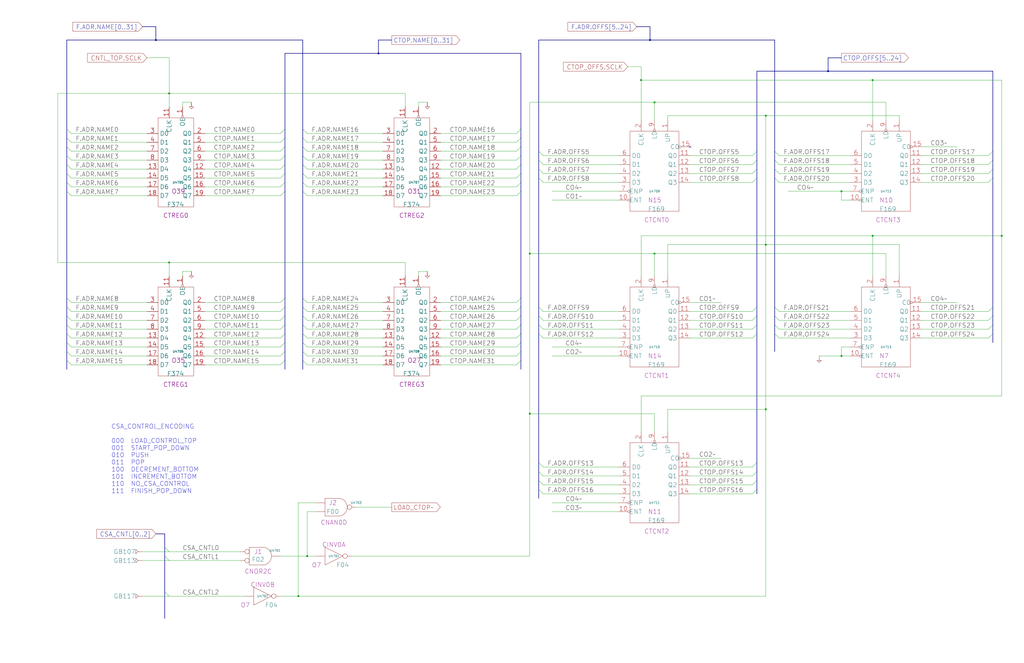
<source format=kicad_sch>
(kicad_sch (version 20211123) (generator eeschema)
  (paper "User" 584.2 378.46)
  (title_block (title "CONTROL TOP REGISTER") (date "20-MAR-90") (rev "1.0") (comment 1 "FIU") (comment 2 "232-003065") (comment 3 "S400") (comment 4 "RELEASED"))
  (lib_symbols
    (symbol "r1000:F00" (pin_numbers hide) (pin_names hide)
      (property "Reference" "U" (at 15.24 0 0))
      (property "Value" "F00" (at 1.905 -5.08 0))
      (property "Location" "___" (at 1.905 0 0))
      (property "Name" "______" (at 2.54 -12.7 0))
      (symbol "F00_0_1"
        (polyline (pts (xy -2.54 -7.62) (xy 5.08 -7.62)) (stroke (width 0.1524)))
        (polyline (pts (xy -2.54 2.54) (xy -2.54 -7.62)) (stroke (width 0.1524)))
        (polyline (pts (xy -2.54 2.54) (xy 5.08 2.54)) (stroke (width 0.1524)))
        (arc (start 5.08 -7.62) (mid 10.1282 -2.54) (end 5.08 2.54) (stroke (width 0.1524)))
        (circle (center 11.43 -2.54) (radius 1.27) (stroke (width 0.1524)))
      )
      (symbol "F00_0_2"
        (circle (center -3.81 -5.08) (radius 1.27) (stroke (width 0.1524)))
        (circle (center -3.81 0) (radius 1.27) (stroke (width 0.1524)))
        (arc (start -3.175 -7.62) (mid -2.134 -2.54) (end -3.175 2.54) (stroke (width 0.1524)))
        (polyline (pts (xy -3.175 -7.62) (xy 3.81 -7.62)) (stroke (width 0.1524)))
        (polyline (pts (xy -3.175 2.54) (xy 3.81 2.54)) (stroke (width 0.1524)))
        (arc (start 3.81 -7.62) (mid 7.5855 -5.8306) (end 10.16 -2.54) (stroke (width 0.1524)))
        (arc (start 10.16 -2.54) (mid 7.5827 0.7471) (end 3.81 2.54) (stroke (width 0.1524)))
      )
      (symbol "F00_1_1"
        (pin input line (at -7.62 0 0) (length 5.08) (name "D0") (number "1"))
        (pin input line (at -7.62 -5.08 0) (length 5.08) (name "D1") (number "2"))
        (pin output line (at 15.24 -2.54 180) (length 2.54) (name "Q") (number "3"))
      )
      (symbol "F00_1_2"
        (pin input line (at -7.62 0 0) (length 2.54) (name "D0") (number "1"))
        (pin input line (at -7.62 -5.08 0) (length 2.54) (name "D1") (number "2"))
        (pin output line (at 15.24 -2.54 180) (length 5.08) (name "Q") (number "3"))
      )
    )
    (symbol "r1000:F02" (pin_numbers hide) (pin_names hide)
      (property "Reference" "U" (at 12.16 0.635 0))
      (property "Value" "F02" (at -1.27 -4.445 0))
      (property "Location" "___" (at 2.54 0 0))
      (property "Name" "______" (at 2.54 -12.7 0))
      (symbol "F02_0_1"
        (arc (start -3.81 -7.62) (mid -2.9847 -2.54) (end -3.81 2.54) (stroke (width 0.1524)))
        (polyline (pts (xy -5.08 -5.08) (xy -3.175 -5.08)) (stroke (width 0.1524)))
        (polyline (pts (xy -5.08 0) (xy -3.175 0)) (stroke (width 0.1524)))
        (polyline (pts (xy -3.81 -7.62) (xy 2.54 -7.62)) (stroke (width 0.1524)))
        (polyline (pts (xy -3.81 2.54) (xy 2.54 2.54)) (stroke (width 0.1524)))
        (polyline (pts (xy 13.97 -2.54) (xy 12.7 -2.54)) (stroke (width 0.1524)))
        (arc (start 2.54 -7.62) (mid 6.9515 -5.9823) (end 10.16 -2.54) (stroke (width 0.1524)))
        (arc (start 10.16 -2.54) (mid 6.9478 0.8966) (end 2.54 2.54) (stroke (width 0.1524)))
        (circle (center 11.43 -2.54) (radius 1.27) (stroke (width 0.1524)))
      )
      (symbol "F02_0_2"
        (circle (center -3.81 -5.08) (radius 1.27) (stroke (width 0.1524)))
        (circle (center -3.81 0) (radius 1.27) (stroke (width 0.1524)))
        (polyline (pts (xy -2.54 -7.62) (xy 5.08 -7.62)) (stroke (width 0.1524)))
        (polyline (pts (xy -2.54 2.54) (xy -2.54 -7.62)) (stroke (width 0.1524)))
        (polyline (pts (xy -2.54 2.54) (xy 5.08 2.54)) (stroke (width 0.1524)))
        (polyline (pts (xy 11.43 -2.54) (xy 10.16 -2.54)) (stroke (width 0.1524)))
        (polyline (pts (xy 11.43 -2.54) (xy 12.7 -2.54)) (stroke (width 0.1524)))
        (arc (start 5.08 -7.62) (mid 10.1282 -2.54) (end 5.08 2.54) (stroke (width 0.1524)))
      )
      (symbol "F02_1_1"
        (pin input line (at -7.62 0 0) (length 2.54) (name "D0") (number "1"))
        (pin input line (at -7.62 -5.08 0) (length 2.54) (name "D1") (number "2"))
        (pin output line (at 15.24 -2.54 180) (length 1.27) (name "Q") (number "3"))
      )
      (symbol "F02_1_2"
        (pin input line (at -7.62 0 0) (length 2.54) (name "D0") (number "1"))
        (pin input line (at -7.62 -5.08 0) (length 2.54) (name "D1") (number "2"))
        (pin output line (at 15.24 -2.54 180) (length 2.54) (name "Q") (number "3"))
      )
    )
    (symbol "r1000:F04" (pin_numbers hide) (pin_names hide)
      (property "Reference" "U" (at 0 0 0))
      (property "Value" "F04" (at 1.27 -5.08 0))
      (property "Location" "___" (at -12.7 -5.08 0))
      (property "Name" "______" (at 0 5.08 0))
      (symbol "F04_0_1"
        (polyline (pts (xy -7.62 0) (xy -5.08 0)) (stroke (width 0.1524)))
        (polyline (pts (xy -5.08 5.08) (xy -5.08 -5.08)) (stroke (width 0.1524)))
        (polyline (pts (xy 5.08 0) (xy -5.08 -5.08)) (stroke (width 0.1524)))
        (polyline (pts (xy 5.08 0) (xy -5.08 5.08)) (stroke (width 0.1524)))
        (circle (center 6.35 0) (radius 1.27) (stroke (width 0.1524)))
      )
      (symbol "F04_1_1"
        (pin input line (at -10.16 0 0) (length 2.54) (name "D") (number "1"))
        (pin output line (at 10.16 0 180) (length 2.54) (name "Q") (number "2"))
      )
    )
    (symbol "r1000:F169" (pin_names (offset 1.016))
      (property "Reference" "U" (at 2.54 5.08 0))
      (property "Value" "F169" (at -1.27 -5.08 0))
      (property "Location" "___" (at -1.27 0 0))
      (property "Name" "______" (at 3.81 -12.7 0))
      (symbol "F169_1_1"
        (circle (center -12.065 0) (radius 0.635))
        (circle (center -12.065 5.08) (radius 0.635))
        (rectangle (start -11.43 39.37) (end 16.51 -6.35))
        (circle (center 2.54 40.005) (radius 0.635))
        (circle (center 17.145 30.48) (radius 0.635))
        (pin input line (at 10.16 45.72 270) (length 6.35) (name "UP") (number "1"))
        (pin input line (at -17.78 0 0) (length 5.08) (name "ENT") (number "10"))
        (pin output line (at 22.86 25.4 180) (length 6.35) (name "Q0") (number "11"))
        (pin output line (at 22.86 20.32 180) (length 6.35) (name "Q1") (number "12"))
        (pin output line (at 22.86 15.24 180) (length 6.35) (name "Q2") (number "13"))
        (pin output line (at 22.86 10.16 180) (length 6.35) (name "Q3") (number "14"))
        (pin output line (at 22.86 30.48 180) (length 5.08) (name "C0") (number "15"))
        (pin input line (at -5.08 45.72 270) (length 6.35) (name "CLK") (number "2"))
        (pin input line (at -17.78 10.16 0) (length 6.35) (name "D3") (number "3"))
        (pin input line (at -17.78 15.24 0) (length 6.35) (name "D2") (number "4"))
        (pin input line (at -17.78 20.32 0) (length 6.35) (name "D1") (number "5"))
        (pin input line (at -17.78 25.4 0) (length 6.35) (name "D0") (number "6"))
        (pin input line (at -17.78 5.08 0) (length 5.08) (name "ENP") (number "7"))
        (pin input line (at 2.54 45.72 270) (length 5.08) (name "LD") (number "9"))
      )
    )
    (symbol "r1000:F374" (pin_names (offset 1.016))
      (property "Reference" "U" (at 2.54 5.08 0))
      (property "Value" "F374" (at -3.81 -7.62 0))
      (property "Location" "___" (at -1.27 0 0))
      (property "Name" "______" (at 1.27 -15.24 0))
      (symbol "F374_1_1"
        (rectangle (start -8.89 41.91) (end 11.43 -8.89))
        (circle (center 5.08 42.545) (radius 0.635))
        (pin input line (at 5.08 48.26 270) (length 5.08) (name "OE") (number "1"))
        (pin input line (at -2.54 48.26 270) (length 6.35) (name "CLK") (number "11"))
        (pin tri_state line (at 17.78 12.7 180) (length 6.35) (name "Q4") (number "12"))
        (pin input line (at -15.24 12.7 0) (length 6.35) (name "D4") (number "13"))
        (pin input line (at -15.24 7.62 0) (length 6.35) (name "D5") (number "14"))
        (pin tri_state line (at 17.78 7.62 180) (length 6.35) (name "Q5") (number "15"))
        (pin tri_state line (at 17.78 2.54 180) (length 6.35) (name "Q6") (number "16"))
        (pin input line (at -15.24 2.54 0) (length 6.35) (name "D6") (number "17"))
        (pin input line (at -15.24 -2.54 0) (length 6.35) (name "D7") (number "18"))
        (pin tri_state line (at 17.78 -2.54 180) (length 6.35) (name "Q7") (number "19"))
        (pin tri_state line (at 17.78 33.02 180) (length 6.35) (name "Q0") (number "2"))
        (pin input line (at -15.24 33.02 0) (length 6.35) (name "D0") (number "3"))
        (pin input line (at -15.24 27.94 0) (length 6.35) (name "D1") (number "4"))
        (pin tri_state line (at 17.78 27.94 180) (length 6.35) (name "Q1") (number "5"))
        (pin tri_state line (at 17.78 22.86 180) (length 6.35) (name "Q2") (number "6"))
        (pin input line (at -15.24 22.86 0) (length 6.35) (name "D2") (number "7"))
        (pin input line (at -15.24 17.78 0) (length 6.35) (name "D3") (number "8"))
        (pin tri_state line (at 17.78 17.78 180) (length 6.35) (name "Q3") (number "9"))
      )
    )
    (symbol "r1000:GB" (pin_numbers hide) (pin_names (offset 0) hide)
      (property "Reference" "GB" (at 3.81 0 0))
      (symbol "GB_0_1"
        (polyline (pts (xy 2.54 0) (xy 3.81 1.27) (xy 3.81 -1.27) (xy 2.54 0)) (stroke (width 0.1524)))
      )
      (symbol "GB_1_1"
        (pin bidirectional line (at 0 0 0) (length 2.54) (name "") (number "1"))
      )
    )
    (symbol "r1000:PD" (power) (pin_numbers hide) (pin_names hide) (in_bom no)
      (symbol "PD_0_1"
        (polyline (pts (xy 0 -2.54) (xy 1.27 -2.54) (xy 0 -3.81) (xy -1.27 -2.54) (xy 0 -2.54)) (stroke (width 0.1524)))
      )
      (symbol "PD_1_1"
        (pin power_in line (at 0 0 270) (length 2.54) (name "PD") (number "1"))
      )
    )
  )
  (bus (pts (xy 162.56 104.14) (xy 162.56 109.22)))
  (bus (pts (xy 162.56 109.22) (xy 162.56 170.18)))
  (bus (pts (xy 162.56 170.18) (xy 162.56 175.26)))
  (bus (pts (xy 162.56 175.26) (xy 162.56 180.34)))
  (bus (pts (xy 162.56 180.34) (xy 162.56 185.42)))
  (bus (pts (xy 162.56 185.42) (xy 162.56 190.5)))
  (bus (pts (xy 162.56 190.5) (xy 162.56 195.58)))
  (bus (pts (xy 162.56 195.58) (xy 162.56 200.66)))
  (bus (pts (xy 162.56 200.66) (xy 162.56 205.74)))
  (bus (pts (xy 162.56 205.74) (xy 162.56 210.82)))
  (bus (pts (xy 162.56 30.48) (xy 162.56 73.66)))
  (bus (pts (xy 162.56 30.48) (xy 215.9 30.48)))
  (bus (pts (xy 162.56 73.66) (xy 162.56 78.74)))
  (bus (pts (xy 162.56 78.74) (xy 162.56 83.82)))
  (bus (pts (xy 162.56 83.82) (xy 162.56 88.9)))
  (bus (pts (xy 162.56 88.9) (xy 162.56 93.98)))
  (bus (pts (xy 162.56 93.98) (xy 162.56 99.06)))
  (bus (pts (xy 162.56 99.06) (xy 162.56 104.14)))
  (bus (pts (xy 172.72 104.14) (xy 172.72 109.22)))
  (bus (pts (xy 172.72 109.22) (xy 172.72 170.18)))
  (bus (pts (xy 172.72 170.18) (xy 172.72 175.26)))
  (bus (pts (xy 172.72 175.26) (xy 172.72 180.34)))
  (bus (pts (xy 172.72 180.34) (xy 172.72 185.42)))
  (bus (pts (xy 172.72 185.42) (xy 172.72 190.5)))
  (bus (pts (xy 172.72 190.5) (xy 172.72 195.58)))
  (bus (pts (xy 172.72 195.58) (xy 172.72 200.66)))
  (bus (pts (xy 172.72 200.66) (xy 172.72 205.74)))
  (bus (pts (xy 172.72 205.74) (xy 172.72 210.82)))
  (bus (pts (xy 172.72 22.86) (xy 172.72 73.66)))
  (bus (pts (xy 172.72 73.66) (xy 172.72 78.74)))
  (bus (pts (xy 172.72 78.74) (xy 172.72 83.82)))
  (bus (pts (xy 172.72 83.82) (xy 172.72 88.9)))
  (bus (pts (xy 172.72 88.9) (xy 172.72 93.98)))
  (bus (pts (xy 172.72 93.98) (xy 172.72 99.06)))
  (bus (pts (xy 172.72 99.06) (xy 172.72 104.14)))
  (bus (pts (xy 215.9 22.86) (xy 215.9 30.48)))
  (bus (pts (xy 215.9 30.48) (xy 297.18 30.48)))
  (bus (pts (xy 223.52 22.86) (xy 215.9 22.86)))
  (bus (pts (xy 297.18 104.14) (xy 297.18 109.22)))
  (bus (pts (xy 297.18 109.22) (xy 297.18 170.18)))
  (bus (pts (xy 297.18 170.18) (xy 297.18 175.26)))
  (bus (pts (xy 297.18 175.26) (xy 297.18 180.34)))
  (bus (pts (xy 297.18 180.34) (xy 297.18 185.42)))
  (bus (pts (xy 297.18 185.42) (xy 297.18 190.5)))
  (bus (pts (xy 297.18 190.5) (xy 297.18 195.58)))
  (bus (pts (xy 297.18 195.58) (xy 297.18 200.66)))
  (bus (pts (xy 297.18 200.66) (xy 297.18 205.74)))
  (bus (pts (xy 297.18 205.74) (xy 297.18 210.82)))
  (bus (pts (xy 297.18 30.48) (xy 297.18 73.66)))
  (bus (pts (xy 297.18 73.66) (xy 297.18 78.74)))
  (bus (pts (xy 297.18 78.74) (xy 297.18 83.82)))
  (bus (pts (xy 297.18 83.82) (xy 297.18 88.9)))
  (bus (pts (xy 297.18 88.9) (xy 297.18 93.98)))
  (bus (pts (xy 297.18 93.98) (xy 297.18 99.06)))
  (bus (pts (xy 297.18 99.06) (xy 297.18 104.14)))
  (bus (pts (xy 307.34 101.6) (xy 307.34 175.26)))
  (bus (pts (xy 307.34 175.26) (xy 307.34 180.34)))
  (bus (pts (xy 307.34 180.34) (xy 307.34 185.42)))
  (bus (pts (xy 307.34 185.42) (xy 307.34 190.5)))
  (bus (pts (xy 307.34 190.5) (xy 307.34 264.16)))
  (bus (pts (xy 307.34 22.86) (xy 307.34 86.36)))
  (bus (pts (xy 307.34 22.86) (xy 370.84 22.86)))
  (bus (pts (xy 307.34 264.16) (xy 307.34 269.24)))
  (bus (pts (xy 307.34 269.24) (xy 307.34 274.32)))
  (bus (pts (xy 307.34 274.32) (xy 307.34 279.4)))
  (bus (pts (xy 307.34 279.4) (xy 307.34 284.48)))
  (bus (pts (xy 307.34 86.36) (xy 307.34 91.44)))
  (bus (pts (xy 307.34 91.44) (xy 307.34 96.52)))
  (bus (pts (xy 307.34 96.52) (xy 307.34 101.6)))
  (bus (pts (xy 363.22 15.24) (xy 370.84 15.24)))
  (bus (pts (xy 370.84 15.24) (xy 370.84 22.86)))
  (bus (pts (xy 370.84 22.86) (xy 441.96 22.86)))
  (bus (pts (xy 38.1 104.14) (xy 38.1 109.22)))
  (bus (pts (xy 38.1 109.22) (xy 38.1 170.18)))
  (bus (pts (xy 38.1 170.18) (xy 38.1 175.26)))
  (bus (pts (xy 38.1 175.26) (xy 38.1 180.34)))
  (bus (pts (xy 38.1 180.34) (xy 38.1 185.42)))
  (bus (pts (xy 38.1 185.42) (xy 38.1 190.5)))
  (bus (pts (xy 38.1 190.5) (xy 38.1 195.58)))
  (bus (pts (xy 38.1 195.58) (xy 38.1 200.66)))
  (bus (pts (xy 38.1 200.66) (xy 38.1 205.74)))
  (bus (pts (xy 38.1 205.74) (xy 38.1 210.82)))
  (bus (pts (xy 38.1 22.86) (xy 38.1 73.66)))
  (bus (pts (xy 38.1 22.86) (xy 88.9 22.86)))
  (bus (pts (xy 38.1 73.66) (xy 38.1 78.74)))
  (bus (pts (xy 38.1 78.74) (xy 38.1 83.82)))
  (bus (pts (xy 38.1 83.82) (xy 38.1 88.9)))
  (bus (pts (xy 38.1 88.9) (xy 38.1 93.98)))
  (bus (pts (xy 38.1 93.98) (xy 38.1 99.06)))
  (bus (pts (xy 38.1 99.06) (xy 38.1 104.14)))
  (bus (pts (xy 431.8 101.6) (xy 431.8 175.26)))
  (bus (pts (xy 431.8 175.26) (xy 431.8 180.34)))
  (bus (pts (xy 431.8 180.34) (xy 431.8 185.42)))
  (bus (pts (xy 431.8 185.42) (xy 431.8 190.5)))
  (bus (pts (xy 431.8 190.5) (xy 431.8 264.16)))
  (bus (pts (xy 431.8 264.16) (xy 431.8 269.24)))
  (bus (pts (xy 431.8 269.24) (xy 431.8 274.32)))
  (bus (pts (xy 431.8 274.32) (xy 431.8 279.4)))
  (bus (pts (xy 431.8 279.4) (xy 431.8 281.94)))
  (bus (pts (xy 431.8 40.64) (xy 431.8 86.36)))
  (bus (pts (xy 431.8 40.64) (xy 472.44 40.64)))
  (bus (pts (xy 431.8 86.36) (xy 431.8 91.44)))
  (bus (pts (xy 431.8 91.44) (xy 431.8 96.52)))
  (bus (pts (xy 431.8 96.52) (xy 431.8 101.6)))
  (bus (pts (xy 441.96 101.6) (xy 441.96 175.26)))
  (bus (pts (xy 441.96 175.26) (xy 441.96 180.34)))
  (bus (pts (xy 441.96 180.34) (xy 441.96 185.42)))
  (bus (pts (xy 441.96 185.42) (xy 441.96 190.5)))
  (bus (pts (xy 441.96 190.5) (xy 441.96 200.66)))
  (bus (pts (xy 441.96 22.86) (xy 441.96 86.36)))
  (bus (pts (xy 441.96 86.36) (xy 441.96 91.44)))
  (bus (pts (xy 441.96 91.44) (xy 441.96 96.52)))
  (bus (pts (xy 441.96 96.52) (xy 441.96 101.6)))
  (bus (pts (xy 472.44 33.02) (xy 472.44 40.64)))
  (bus (pts (xy 472.44 40.64) (xy 566.42 40.64)))
  (bus (pts (xy 480.06 33.02) (xy 472.44 33.02)))
  (bus (pts (xy 566.42 101.6) (xy 566.42 175.26)))
  (bus (pts (xy 566.42 175.26) (xy 566.42 180.34)))
  (bus (pts (xy 566.42 180.34) (xy 566.42 185.42)))
  (bus (pts (xy 566.42 185.42) (xy 566.42 190.5)))
  (bus (pts (xy 566.42 190.5) (xy 566.42 195.58)))
  (bus (pts (xy 566.42 40.64) (xy 566.42 86.36)))
  (bus (pts (xy 566.42 86.36) (xy 566.42 91.44)))
  (bus (pts (xy 566.42 91.44) (xy 566.42 96.52)))
  (bus (pts (xy 566.42 96.52) (xy 566.42 101.6)))
  (bus (pts (xy 81.28 15.24) (xy 88.9 15.24)))
  (bus (pts (xy 88.9 15.24) (xy 88.9 22.86)))
  (bus (pts (xy 88.9 22.86) (xy 172.72 22.86)))
  (bus (pts (xy 88.9 304.8) (xy 93.98 304.8)))
  (bus (pts (xy 93.98 304.8) (xy 93.98 312.42)))
  (bus (pts (xy 93.98 312.42) (xy 93.98 317.5)))
  (bus (pts (xy 93.98 317.5) (xy 93.98 337.82)))
  (bus (pts (xy 93.98 337.82) (xy 93.98 353.06)))
  (wire (pts (xy 104.14 154.94) (xy 104.14 157.48)))
  (wire (pts (xy 104.14 58.42) (xy 104.14 60.96)))
  (wire (pts (xy 109.22 154.94) (xy 104.14 154.94)))
  (wire (pts (xy 109.22 58.42) (xy 104.14 58.42)))
  (wire (pts (xy 116.84 101.6) (xy 160.02 101.6)))
  (wire (pts (xy 116.84 106.68) (xy 160.02 106.68)))
  (wire (pts (xy 116.84 111.76) (xy 160.02 111.76)))
  (wire (pts (xy 116.84 172.72) (xy 160.02 172.72)))
  (wire (pts (xy 116.84 177.8) (xy 160.02 177.8)))
  (wire (pts (xy 116.84 182.88) (xy 160.02 182.88)))
  (wire (pts (xy 116.84 187.96) (xy 160.02 187.96)))
  (wire (pts (xy 116.84 193.04) (xy 160.02 193.04)))
  (wire (pts (xy 116.84 198.12) (xy 160.02 198.12)))
  (wire (pts (xy 116.84 203.2) (xy 160.02 203.2)))
  (wire (pts (xy 116.84 208.28) (xy 160.02 208.28)))
  (wire (pts (xy 116.84 76.2) (xy 160.02 76.2)))
  (wire (pts (xy 116.84 81.28) (xy 160.02 81.28)))
  (wire (pts (xy 116.84 86.36) (xy 160.02 86.36)))
  (wire (pts (xy 116.84 91.44) (xy 160.02 91.44)))
  (wire (pts (xy 116.84 96.52) (xy 160.02 96.52)))
  (wire (pts (xy 160.02 317.5) (xy 175.26 317.5)))
  (wire (pts (xy 170.18 287.02) (xy 170.18 340.36)))
  (wire (pts (xy 170.18 340.36) (xy 160.02 340.36)))
  (wire (pts (xy 175.26 101.6) (xy 218.44 101.6)))
  (wire (pts (xy 175.26 106.68) (xy 218.44 106.68)))
  (wire (pts (xy 175.26 111.76) (xy 218.44 111.76)))
  (wire (pts (xy 175.26 172.72) (xy 218.44 172.72)))
  (wire (pts (xy 175.26 177.8) (xy 218.44 177.8)))
  (wire (pts (xy 175.26 182.88) (xy 218.44 182.88)))
  (wire (pts (xy 175.26 187.96) (xy 218.44 187.96)))
  (wire (pts (xy 175.26 193.04) (xy 218.44 193.04)))
  (wire (pts (xy 175.26 198.12) (xy 218.44 198.12)))
  (wire (pts (xy 175.26 203.2) (xy 218.44 203.2)))
  (wire (pts (xy 175.26 208.28) (xy 218.44 208.28)))
  (wire (pts (xy 175.26 292.1) (xy 175.26 317.5)))
  (wire (pts (xy 175.26 317.5) (xy 180.34 317.5)))
  (wire (pts (xy 175.26 76.2) (xy 218.44 76.2)))
  (wire (pts (xy 175.26 81.28) (xy 218.44 81.28)))
  (wire (pts (xy 175.26 86.36) (xy 218.44 86.36)))
  (wire (pts (xy 175.26 91.44) (xy 218.44 91.44)))
  (wire (pts (xy 175.26 96.52) (xy 218.44 96.52)))
  (wire (pts (xy 180.34 287.02) (xy 170.18 287.02)))
  (wire (pts (xy 180.34 292.1) (xy 175.26 292.1)))
  (wire (pts (xy 203.2 289.56) (xy 223.52 289.56)))
  (wire (pts (xy 231.14 149.86) (xy 231.14 157.48)))
  (wire (pts (xy 231.14 149.86) (xy 96.52 149.86)))
  (wire (pts (xy 231.14 53.34) (xy 231.14 60.96)))
  (wire (pts (xy 238.76 154.94) (xy 238.76 157.48)))
  (wire (pts (xy 238.76 58.42) (xy 238.76 60.96)))
  (wire (pts (xy 243.84 154.94) (xy 238.76 154.94)))
  (wire (pts (xy 243.84 58.42) (xy 238.76 58.42)))
  (wire (pts (xy 251.46 101.6) (xy 294.64 101.6)))
  (wire (pts (xy 251.46 106.68) (xy 294.64 106.68)))
  (wire (pts (xy 251.46 111.76) (xy 294.64 111.76)))
  (wire (pts (xy 251.46 172.72) (xy 294.64 172.72)))
  (wire (pts (xy 251.46 177.8) (xy 294.64 177.8)))
  (wire (pts (xy 251.46 182.88) (xy 294.64 182.88)))
  (wire (pts (xy 251.46 187.96) (xy 294.64 187.96)))
  (wire (pts (xy 251.46 193.04) (xy 294.64 193.04)))
  (wire (pts (xy 251.46 198.12) (xy 294.64 198.12)))
  (wire (pts (xy 251.46 203.2) (xy 294.64 203.2)))
  (wire (pts (xy 251.46 208.28) (xy 294.64 208.28)))
  (wire (pts (xy 251.46 76.2) (xy 294.64 76.2)))
  (wire (pts (xy 251.46 81.28) (xy 294.64 81.28)))
  (wire (pts (xy 251.46 86.36) (xy 294.64 86.36)))
  (wire (pts (xy 251.46 91.44) (xy 294.64 91.44)))
  (wire (pts (xy 251.46 96.52) (xy 294.64 96.52)))
  (wire (pts (xy 302.26 144.78) (xy 302.26 236.22)))
  (wire (pts (xy 302.26 236.22) (xy 302.26 317.5)))
  (wire (pts (xy 302.26 317.5) (xy 200.66 317.5)))
  (wire (pts (xy 302.26 58.42) (xy 302.26 144.78)))
  (wire (pts (xy 309.88 104.14) (xy 353.06 104.14)))
  (wire (pts (xy 309.88 177.8) (xy 353.06 177.8)))
  (wire (pts (xy 309.88 182.88) (xy 353.06 182.88)))
  (wire (pts (xy 309.88 187.96) (xy 353.06 187.96)))
  (wire (pts (xy 309.88 193.04) (xy 353.06 193.04)))
  (wire (pts (xy 309.88 266.7) (xy 353.06 266.7)))
  (wire (pts (xy 309.88 271.78) (xy 353.06 271.78)))
  (wire (pts (xy 309.88 276.86) (xy 353.06 276.86)))
  (wire (pts (xy 309.88 281.94) (xy 353.06 281.94)))
  (wire (pts (xy 309.88 88.9) (xy 353.06 88.9)))
  (wire (pts (xy 309.88 93.98) (xy 353.06 93.98)))
  (wire (pts (xy 309.88 99.06) (xy 353.06 99.06)))
  (wire (pts (xy 314.96 109.22) (xy 353.06 109.22)))
  (wire (pts (xy 314.96 114.3) (xy 353.06 114.3)))
  (wire (pts (xy 314.96 198.12) (xy 353.06 198.12)))
  (wire (pts (xy 314.96 203.2) (xy 353.06 203.2)))
  (wire (pts (xy 314.96 287.02) (xy 353.06 287.02)))
  (wire (pts (xy 314.96 292.1) (xy 353.06 292.1)))
  (wire (pts (xy 33.02 149.86) (xy 33.02 53.34)))
  (wire (pts (xy 33.02 53.34) (xy 96.52 53.34)))
  (wire (pts (xy 365.76 134.62) (xy 497.84 134.62)))
  (wire (pts (xy 365.76 157.48) (xy 365.76 134.62)))
  (wire (pts (xy 365.76 226.06) (xy 571.5 226.06)))
  (wire (pts (xy 365.76 246.38) (xy 365.76 226.06)))
  (wire (pts (xy 365.76 38.1) (xy 358.14 38.1)))
  (wire (pts (xy 365.76 45.72) (xy 365.76 38.1)))
  (wire (pts (xy 365.76 68.58) (xy 365.76 45.72)))
  (wire (pts (xy 373.38 144.78) (xy 302.26 144.78)))
  (wire (pts (xy 373.38 144.78) (xy 373.38 157.48)))
  (wire (pts (xy 373.38 236.22) (xy 302.26 236.22)))
  (wire (pts (xy 373.38 246.38) (xy 373.38 236.22)))
  (wire (pts (xy 373.38 58.42) (xy 302.26 58.42)))
  (wire (pts (xy 373.38 58.42) (xy 373.38 68.58)))
  (wire (pts (xy 381 139.7) (xy 436.88 139.7)))
  (wire (pts (xy 381 157.48) (xy 381 139.7)))
  (wire (pts (xy 381 233.68) (xy 436.88 233.68)))
  (wire (pts (xy 381 246.38) (xy 381 233.68)))
  (wire (pts (xy 381 66.04) (xy 436.88 66.04)))
  (wire (pts (xy 381 68.58) (xy 381 66.04)))
  (wire (pts (xy 393.7 104.14) (xy 429.26 104.14)))
  (wire (pts (xy 393.7 172.72) (xy 411.48 172.72)))
  (wire (pts (xy 393.7 177.8) (xy 429.26 177.8)))
  (wire (pts (xy 393.7 182.88) (xy 429.26 182.88)))
  (wire (pts (xy 393.7 187.96) (xy 429.26 187.96)))
  (wire (pts (xy 393.7 193.04) (xy 429.26 193.04)))
  (wire (pts (xy 393.7 261.62) (xy 411.48 261.62)))
  (wire (pts (xy 393.7 266.7) (xy 429.26 266.7)))
  (wire (pts (xy 393.7 271.78) (xy 429.26 271.78)))
  (wire (pts (xy 393.7 276.86) (xy 429.26 276.86)))
  (wire (pts (xy 393.7 281.94) (xy 429.26 281.94)))
  (wire (pts (xy 393.7 88.9) (xy 429.26 88.9)))
  (wire (pts (xy 393.7 93.98) (xy 429.26 93.98)))
  (wire (pts (xy 393.7 99.06) (xy 429.26 99.06)))
  (wire (pts (xy 40.64 101.6) (xy 83.82 101.6)))
  (wire (pts (xy 40.64 106.68) (xy 83.82 106.68)))
  (wire (pts (xy 40.64 111.76) (xy 83.82 111.76)))
  (wire (pts (xy 40.64 172.72) (xy 83.82 172.72)))
  (wire (pts (xy 40.64 177.8) (xy 83.82 177.8)))
  (wire (pts (xy 40.64 182.88) (xy 83.82 182.88)))
  (wire (pts (xy 40.64 187.96) (xy 83.82 187.96)))
  (wire (pts (xy 40.64 193.04) (xy 83.82 193.04)))
  (wire (pts (xy 40.64 198.12) (xy 83.82 198.12)))
  (wire (pts (xy 40.64 203.2) (xy 83.82 203.2)))
  (wire (pts (xy 40.64 208.28) (xy 83.82 208.28)))
  (wire (pts (xy 40.64 76.2) (xy 83.82 76.2)))
  (wire (pts (xy 40.64 81.28) (xy 83.82 81.28)))
  (wire (pts (xy 40.64 86.36) (xy 83.82 86.36)))
  (wire (pts (xy 40.64 91.44) (xy 83.82 91.44)))
  (wire (pts (xy 40.64 96.52) (xy 83.82 96.52)))
  (wire (pts (xy 436.88 139.7) (xy 436.88 233.68)))
  (wire (pts (xy 436.88 233.68) (xy 436.88 340.36)))
  (wire (pts (xy 436.88 340.36) (xy 170.18 340.36)))
  (wire (pts (xy 436.88 66.04) (xy 436.88 139.7)))
  (wire (pts (xy 444.5 104.14) (xy 485.14 104.14)))
  (wire (pts (xy 444.5 177.8) (xy 485.14 177.8)))
  (wire (pts (xy 444.5 182.88) (xy 485.14 182.88)))
  (wire (pts (xy 444.5 187.96) (xy 485.14 187.96)))
  (wire (pts (xy 444.5 193.04) (xy 485.14 193.04)))
  (wire (pts (xy 444.5 88.9) (xy 485.14 88.9)))
  (wire (pts (xy 444.5 93.98) (xy 485.14 93.98)))
  (wire (pts (xy 444.5 99.06) (xy 485.14 99.06)))
  (wire (pts (xy 449.58 109.22) (xy 480.06 109.22)))
  (wire (pts (xy 467.36 203.2) (xy 480.06 203.2)))
  (wire (pts (xy 480.06 109.22) (xy 485.14 109.22)))
  (wire (pts (xy 480.06 114.3) (xy 480.06 109.22)))
  (wire (pts (xy 480.06 198.12) (xy 480.06 203.2)))
  (wire (pts (xy 480.06 203.2) (xy 485.14 203.2)))
  (wire (pts (xy 485.14 114.3) (xy 480.06 114.3)))
  (wire (pts (xy 485.14 198.12) (xy 480.06 198.12)))
  (wire (pts (xy 497.84 134.62) (xy 497.84 157.48)))
  (wire (pts (xy 497.84 134.62) (xy 571.5 134.62)))
  (wire (pts (xy 497.84 45.72) (xy 365.76 45.72)))
  (wire (pts (xy 497.84 68.58) (xy 497.84 45.72)))
  (wire (pts (xy 505.46 144.78) (xy 373.38 144.78)))
  (wire (pts (xy 505.46 144.78) (xy 505.46 157.48)))
  (wire (pts (xy 505.46 58.42) (xy 373.38 58.42)))
  (wire (pts (xy 505.46 58.42) (xy 505.46 68.58)))
  (wire (pts (xy 513.08 139.7) (xy 436.88 139.7)))
  (wire (pts (xy 513.08 139.7) (xy 513.08 157.48)))
  (wire (pts (xy 513.08 66.04) (xy 436.88 66.04)))
  (wire (pts (xy 513.08 66.04) (xy 513.08 68.58)))
  (wire (pts (xy 525.78 104.14) (xy 563.88 104.14)))
  (wire (pts (xy 525.78 172.72) (xy 546.1 172.72)))
  (wire (pts (xy 525.78 177.8) (xy 563.88 177.8)))
  (wire (pts (xy 525.78 182.88) (xy 563.88 182.88)))
  (wire (pts (xy 525.78 187.96) (xy 563.88 187.96)))
  (wire (pts (xy 525.78 193.04) (xy 563.88 193.04)))
  (wire (pts (xy 525.78 83.82) (xy 546.1 83.82)))
  (wire (pts (xy 525.78 88.9) (xy 563.88 88.9)))
  (wire (pts (xy 525.78 93.98) (xy 563.88 93.98)))
  (wire (pts (xy 525.78 99.06) (xy 563.88 99.06)))
  (wire (pts (xy 571.5 134.62) (xy 571.5 45.72)))
  (wire (pts (xy 571.5 226.06) (xy 571.5 134.62)))
  (wire (pts (xy 571.5 45.72) (xy 497.84 45.72)))
  (wire (pts (xy 81.28 314.96) (xy 96.52 314.96)))
  (wire (pts (xy 81.28 320.04) (xy 96.52 320.04)))
  (wire (pts (xy 81.28 340.36) (xy 96.52 340.36)))
  (wire (pts (xy 83.82 33.02) (xy 96.52 33.02)))
  (wire (pts (xy 96.52 149.86) (xy 33.02 149.86)))
  (wire (pts (xy 96.52 149.86) (xy 96.52 157.48)))
  (wire (pts (xy 96.52 314.96) (xy 137.16 314.96)))
  (wire (pts (xy 96.52 320.04) (xy 137.16 320.04)))
  (wire (pts (xy 96.52 33.02) (xy 96.52 53.34)))
  (wire (pts (xy 96.52 340.36) (xy 139.7 340.36)))
  (wire (pts (xy 96.52 53.34) (xy 231.14 53.34)))
  (wire (pts (xy 96.52 53.34) (xy 96.52 60.96)))
  (bus_entry (at 38.1 73.66) (size 2.54 2.54))
  (bus_entry (at 38.1 78.74) (size 2.54 2.54))
  (bus_entry (at 38.1 83.82) (size 2.54 2.54))
  (bus_entry (at 38.1 88.9) (size 2.54 2.54))
  (bus_entry (at 38.1 93.98) (size 2.54 2.54))
  (bus_entry (at 38.1 99.06) (size 2.54 2.54))
  (bus_entry (at 38.1 104.14) (size 2.54 2.54))
  (bus_entry (at 38.1 109.22) (size 2.54 2.54))
  (bus_entry (at 38.1 170.18) (size 2.54 2.54))
  (bus_entry (at 38.1 175.26) (size 2.54 2.54))
  (bus_entry (at 38.1 180.34) (size 2.54 2.54))
  (bus_entry (at 38.1 185.42) (size 2.54 2.54))
  (bus_entry (at 38.1 190.5) (size 2.54 2.54))
  (bus_entry (at 38.1 195.58) (size 2.54 2.54))
  (bus_entry (at 38.1 200.66) (size 2.54 2.54))
  (bus_entry (at 38.1 205.74) (size 2.54 2.54))
  (label "F.ADR.NAME0" (at 43.18 76.2 0) (effects (font (size 2.54 2.54))))
  (label "F.ADR.NAME1" (at 43.18 81.28 0) (effects (font (size 2.54 2.54))))
  (label "F.ADR.NAME2" (at 43.18 86.36 0) (effects (font (size 2.54 2.54))))
  (label "F.ADR.NAME3" (at 43.18 91.44 0) (effects (font (size 2.54 2.54))))
  (label "F.ADR.NAME4" (at 43.18 96.52 0) (effects (font (size 2.54 2.54))))
  (label "F.ADR.NAME5" (at 43.18 101.6 0) (effects (font (size 2.54 2.54))))
  (label "F.ADR.NAME6" (at 43.18 106.68 0) (effects (font (size 2.54 2.54))))
  (label "F.ADR.NAME7" (at 43.18 111.76 0) (effects (font (size 2.54 2.54))))
  (label "F.ADR.NAME8" (at 43.18 172.72 0) (effects (font (size 2.54 2.54))))
  (label "F.ADR.NAME9" (at 43.18 177.8 0) (effects (font (size 2.54 2.54))))
  (label "F.ADR.NAME10" (at 43.18 182.88 0) (effects (font (size 2.54 2.54))))
  (label "F.ADR.NAME11" (at 43.18 187.96 0) (effects (font (size 2.54 2.54))))
  (label "F.ADR.NAME12" (at 43.18 193.04 0) (effects (font (size 2.54 2.54))))
  (label "F.ADR.NAME13" (at 43.18 198.12 0) (effects (font (size 2.54 2.54))))
  (label "F.ADR.NAME14" (at 43.18 203.2 0) (effects (font (size 2.54 2.54))))
  (label "F.ADR.NAME15" (at 43.18 208.28 0) (effects (font (size 2.54 2.54))))
  (text "CSA_CONTROL_ENCODING\n\n000  LOAD_CONTROL_TOP\n001  START_POP_DOWN\n010  PUSH\n011  POP\n100  DECREMENT_BOTTOM\n101  INCREMENT_BOTTOM\n110  NO_CSA_CONTROL\n111  FINISH_POP_DOWN\n" (at 63.5 281.94 0) (effects (font (size 2.54 2.54)) (justify left bottom)))
  (global_label "F.ADR.NAME[0..31]" (shape input) (at 81.28 15.24 180) (effects (font (size 2.54 2.54))) (property "Intersheet References" "${INTERSHEET_REFS}" (at 41.4988 15.0813 0) (effects (font (size 2.54 2.54)) (justify right))))
  (symbol (lib_id "r1000:GB") (at 81.28 314.96 0) (mirror y) (unit 1)
    (property "Reference" "GB107" (at 77.47 314.96 0) (effects (font (size 2.54 2.54)) (justify left)))
    (property "Value" "GB" (effects hide))
  )
  (symbol (lib_id "r1000:GB") (at 81.28 320.04 0) (mirror y) (unit 1)
    (property "Reference" "GB113" (at 77.47 320.04 0) (effects (font (size 2.54 2.54)) (justify left)))
    (property "Value" "GB" (effects hide))
  )
  (symbol (lib_id "r1000:GB") (at 81.28 340.36 0) (mirror y) (unit 1)
    (property "Reference" "GB117" (at 77.47 340.36 0) (effects (font (size 2.54 2.54)) (justify left)))
    (property "Value" "GB" (effects hide))
  )
  (global_label "CNTL_TOP.SCLK" (shape input) (at 83.82 33.02 180) (effects (font (size 2.54 2.54))) (property "Intersheet References" "${INTERSHEET_REFS}" (at 49.9654 32.8613 0) (effects (font (size 2.54 2.54)) (justify right))))
  (junction (at 88.9 22.86))
  (global_label "CSA_CNTL[0..2]" (shape input) (at 88.9 304.8 180) (effects (font (size 2.54 2.54))) (property "Intersheet References" "${INTERSHEET_REFS}" (at 55.1664 304.6413 0) (effects (font (size 2.54 2.54)) (justify right))))
  (bus_entry (at 93.98 312.42) (size 2.54 2.54))
  (bus_entry (at 93.98 317.5) (size 2.54 2.54))
  (bus_entry (at 93.98 337.82) (size 2.54 2.54))
  (junction (at 96.52 53.34))
  (junction (at 96.52 149.86))
  (symbol (lib_id "r1000:F374") (at 99.06 109.22 0) (unit 1)
    (property "Reference" "U4705" (at 101.6 104.14 0))
    (property "Value" "F374" (at 95.25 116.84 0) (effects (font (size 2.54 2.54)) (justify left)))
    (property "Location" "O39" (at 97.79 109.22 0) (effects (font (size 2.54 2.54)) (justify left)))
    (property "Name" "CTREG0" (at 100.33 124.46 0) (effects (font (size 2.54 2.54)) (justify bottom)))
  )
  (symbol (lib_id "r1000:F374") (at 99.06 205.74 0) (unit 1)
    (property "Reference" "U4706" (at 101.6 200.66 0))
    (property "Value" "F374" (at 95.25 213.36 0) (effects (font (size 2.54 2.54)) (justify left)))
    (property "Location" "O35" (at 97.79 205.74 0) (effects (font (size 2.54 2.54)) (justify left)))
    (property "Name" "CTREG1" (at 100.33 220.98 0) (effects (font (size 2.54 2.54)) (justify bottom)))
  )
  (label "CSA_CNTL0" (at 104.14 314.96 0) (effects (font (size 2.54 2.54))))
  (label "CSA_CNTL1" (at 104.14 320.04 0) (effects (font (size 2.54 2.54))))
  (label "CSA_CNTL2" (at 104.14 340.36 0) (effects (font (size 2.54 2.54))))
  (symbol (lib_id "r1000:PD") (at 109.22 58.42 0) (unit 1) (in_bom no)
    (property "Reference" "#PWR0217" (effects hide))
    (property "Value" "PD" (effects hide))
  )
  (symbol (lib_id "r1000:PD") (at 109.22 154.94 0) (unit 1) (in_bom no)
    (property "Reference" "#PWR0216" (effects hide))
    (property "Value" "PD" (effects hide))
  )
  (label "CTOP.NAME0" (at 121.92 76.2 0) (effects (font (size 2.54 2.54))))
  (label "CTOP.NAME1" (at 121.92 81.28 0) (effects (font (size 2.54 2.54))))
  (label "CTOP.NAME2" (at 121.92 86.36 0) (effects (font (size 2.54 2.54))))
  (label "CTOP.NAME3" (at 121.92 91.44 0) (effects (font (size 2.54 2.54))))
  (label "CTOP.NAME4" (at 121.92 96.52 0) (effects (font (size 2.54 2.54))))
  (label "CTOP.NAME5" (at 121.92 101.6 0) (effects (font (size 2.54 2.54))))
  (label "CTOP.NAME6" (at 121.92 106.68 0) (effects (font (size 2.54 2.54))))
  (label "CTOP.NAME7" (at 121.92 111.76 0) (effects (font (size 2.54 2.54))))
  (label "CTOP.NAME8" (at 121.92 172.72 0) (effects (font (size 2.54 2.54))))
  (label "CTOP.NAME9" (at 121.92 177.8 0) (effects (font (size 2.54 2.54))))
  (label "CTOP.NAME10" (at 121.92 182.88 0) (effects (font (size 2.54 2.54))))
  (label "CTOP.NAME11" (at 121.92 187.96 0) (effects (font (size 2.54 2.54))))
  (label "CTOP.NAME12" (at 121.92 193.04 0) (effects (font (size 2.54 2.54))))
  (label "CTOP.NAME13" (at 121.92 198.12 0) (effects (font (size 2.54 2.54))))
  (label "CTOP.NAME14" (at 121.92 203.2 0) (effects (font (size 2.54 2.54))))
  (label "CTOP.NAME15" (at 121.92 208.28 0) (effects (font (size 2.54 2.54))))
  (symbol (lib_id "r1000:F02") (at 144.78 314.96 0) (unit 1) (convert 2)
    (property "Reference" "U4701" (at 156.94 314.325 0))
    (property "Value" "F02" (at 143.51 319.405 0) (effects (font (size 2.54 2.54)) (justify left)))
    (property "Location" "J1" (at 147.32 314.96 0) (effects (font (size 2.54 2.54))))
    (property "Name" "CNOR2C" (at 147.32 327.66 0) (effects (font (size 2.54 2.54)) (justify bottom)))
  )
  (symbol (lib_id "r1000:F04") (at 149.86 340.36 0) (unit 1)
    (property "Reference" "U4702" (at 149.86 340.36 0))
    (property "Value" "F04" (at 151.13 345.44 0) (effects (font (size 2.54 2.54)) (justify left)))
    (property "Location" "O7" (at 137.16 345.44 0) (effects (font (size 2.54 2.54)) (justify left)))
    (property "Name" "CINV0B" (at 149.86 335.28 0) (effects (font (size 2.54 2.54)) (justify bottom)))
  )
  (bus_entry (at 162.56 73.66) (size -2.54 2.54))
  (bus_entry (at 162.56 78.74) (size -2.54 2.54))
  (bus_entry (at 162.56 83.82) (size -2.54 2.54))
  (bus_entry (at 162.56 88.9) (size -2.54 2.54))
  (bus_entry (at 162.56 93.98) (size -2.54 2.54))
  (bus_entry (at 162.56 99.06) (size -2.54 2.54))
  (bus_entry (at 162.56 104.14) (size -2.54 2.54))
  (bus_entry (at 162.56 109.22) (size -2.54 2.54))
  (bus_entry (at 162.56 170.18) (size -2.54 2.54))
  (bus_entry (at 162.56 175.26) (size -2.54 2.54))
  (bus_entry (at 162.56 180.34) (size -2.54 2.54))
  (bus_entry (at 162.56 185.42) (size -2.54 2.54))
  (bus_entry (at 162.56 190.5) (size -2.54 2.54))
  (bus_entry (at 162.56 195.58) (size -2.54 2.54))
  (bus_entry (at 162.56 200.66) (size -2.54 2.54))
  (bus_entry (at 162.56 205.74) (size -2.54 2.54))
  (junction (at 170.18 340.36))
  (bus_entry (at 172.72 73.66) (size 2.54 2.54))
  (bus_entry (at 172.72 78.74) (size 2.54 2.54))
  (bus_entry (at 172.72 83.82) (size 2.54 2.54))
  (bus_entry (at 172.72 88.9) (size 2.54 2.54))
  (bus_entry (at 172.72 93.98) (size 2.54 2.54))
  (bus_entry (at 172.72 99.06) (size 2.54 2.54))
  (bus_entry (at 172.72 104.14) (size 2.54 2.54))
  (bus_entry (at 172.72 109.22) (size 2.54 2.54))
  (bus_entry (at 172.72 170.18) (size 2.54 2.54))
  (bus_entry (at 172.72 175.26) (size 2.54 2.54))
  (bus_entry (at 172.72 180.34) (size 2.54 2.54))
  (bus_entry (at 172.72 185.42) (size 2.54 2.54))
  (bus_entry (at 172.72 190.5) (size 2.54 2.54))
  (bus_entry (at 172.72 195.58) (size 2.54 2.54))
  (bus_entry (at 172.72 200.66) (size 2.54 2.54))
  (bus_entry (at 172.72 205.74) (size 2.54 2.54))
  (junction (at 175.26 317.5))
  (label "F.ADR.NAME16" (at 177.8 76.2 0) (effects (font (size 2.54 2.54))))
  (label "F.ADR.NAME17" (at 177.8 81.28 0) (effects (font (size 2.54 2.54))))
  (label "F.ADR.NAME18" (at 177.8 86.36 0) (effects (font (size 2.54 2.54))))
  (label "F.ADR.NAME19" (at 177.8 91.44 0) (effects (font (size 2.54 2.54))))
  (label "F.ADR.NAME20" (at 177.8 96.52 0) (effects (font (size 2.54 2.54))))
  (label "F.ADR.NAME21" (at 177.8 101.6 0) (effects (font (size 2.54 2.54))))
  (label "F.ADR.NAME22" (at 177.8 106.68 0) (effects (font (size 2.54 2.54))))
  (label "F.ADR.NAME23" (at 177.8 111.76 0) (effects (font (size 2.54 2.54))))
  (label "F.ADR.NAME24" (at 177.8 172.72 0) (effects (font (size 2.54 2.54))))
  (label "F.ADR.NAME25" (at 177.8 177.8 0) (effects (font (size 2.54 2.54))))
  (label "F.ADR.NAME26" (at 177.8 182.88 0) (effects (font (size 2.54 2.54))))
  (label "F.ADR.NAME27" (at 177.8 187.96 0) (effects (font (size 2.54 2.54))))
  (label "F.ADR.NAME28" (at 177.8 193.04 0) (effects (font (size 2.54 2.54))))
  (label "F.ADR.NAME29" (at 177.8 198.12 0) (effects (font (size 2.54 2.54))))
  (label "F.ADR.NAME30" (at 177.8 203.2 0) (effects (font (size 2.54 2.54))))
  (label "F.ADR.NAME31" (at 177.8 208.28 0) (effects (font (size 2.54 2.54))))
  (symbol (lib_id "r1000:F00") (at 187.96 287.02 0) (unit 1)
    (property "Reference" "U4703" (at 203.2 287.02 0))
    (property "Value" "F00" (at 189.865 292.1 0) (effects (font (size 2.54 2.54))))
    (property "Location" "J2" (at 189.865 287.02 0) (effects (font (size 2.54 2.54))))
    (property "Name" "CNAN0D" (at 190.5 299.72 0) (effects (font (size 2.54 2.54)) (justify bottom)))
  )
  (symbol (lib_id "r1000:F04") (at 190.5 317.5 0) (unit 1)
    (property "Reference" "U4704" (at 190.5 317.5 0))
    (property "Value" "F04" (at 191.77 322.58 0) (effects (font (size 2.54 2.54)) (justify left)))
    (property "Location" "O7" (at 177.8 322.58 0) (effects (font (size 2.54 2.54)) (justify left)))
    (property "Name" "CINV0A" (at 190.5 312.42 0) (effects (font (size 2.54 2.54)) (justify bottom)))
  )
  (junction (at 215.9 30.48))
  (global_label "CTOP.NAME[0..31]" (shape output) (at 223.52 22.86 0) (effects (font (size 2.54 2.54))) (property "Intersheet References" "${INTERSHEET_REFS}" (at 262.3336 22.7013 0) (effects (font (size 2.54 2.54)) (justify left))))
  (global_label "LOAD_CTOP~" (shape output) (at 223.52 289.56 0) (effects (font (size 2.54 2.54))) (property "Intersheet References" "${INTERSHEET_REFS}" (at 251.206 289.4013 0) (effects (font (size 2.54 2.54)) (justify left))))
  (symbol (lib_id "r1000:F374") (at 233.68 109.22 0) (unit 1)
    (property "Reference" "U4707" (at 236.22 104.14 0))
    (property "Value" "F374" (at 229.87 116.84 0) (effects (font (size 2.54 2.54)) (justify left)))
    (property "Location" "O31" (at 232.41 109.22 0) (effects (font (size 2.54 2.54)) (justify left)))
    (property "Name" "CTREG2" (at 234.95 124.46 0) (effects (font (size 2.54 2.54)) (justify bottom)))
  )
  (symbol (lib_id "r1000:F374") (at 233.68 205.74 0) (unit 1)
    (property "Reference" "U4708" (at 236.22 200.66 0))
    (property "Value" "F374" (at 229.87 213.36 0) (effects (font (size 2.54 2.54)) (justify left)))
    (property "Location" "O27" (at 232.41 205.74 0) (effects (font (size 2.54 2.54)) (justify left)))
    (property "Name" "CTREG3" (at 234.95 220.98 0) (effects (font (size 2.54 2.54)) (justify bottom)))
  )
  (symbol (lib_id "r1000:PD") (at 243.84 58.42 0) (unit 1) (in_bom no)
    (property "Reference" "#PWR0212" (effects hide))
    (property "Value" "PD" (effects hide))
  )
  (symbol (lib_id "r1000:PD") (at 243.84 154.94 0) (unit 1) (in_bom no)
    (property "Reference" "#PWR0213" (effects hide))
    (property "Value" "PD" (effects hide))
  )
  (label "CTOP.NAME16" (at 256.54 76.2 0) (effects (font (size 2.54 2.54))))
  (label "CTOP.NAME17" (at 256.54 81.28 0) (effects (font (size 2.54 2.54))))
  (label "CTOP.NAME18" (at 256.54 86.36 0) (effects (font (size 2.54 2.54))))
  (label "CTOP.NAME19" (at 256.54 91.44 0) (effects (font (size 2.54 2.54))))
  (label "CTOP.NAME20" (at 256.54 96.52 0) (effects (font (size 2.54 2.54))))
  (label "CTOP.NAME21" (at 256.54 101.6 0) (effects (font (size 2.54 2.54))))
  (label "CTOP.NAME22" (at 256.54 106.68 0) (effects (font (size 2.54 2.54))))
  (label "CTOP.NAME23" (at 256.54 111.76 0) (effects (font (size 2.54 2.54))))
  (label "CTOP.NAME24" (at 256.54 172.72 0) (effects (font (size 2.54 2.54))))
  (label "CTOP.NAME25" (at 256.54 177.8 0) (effects (font (size 2.54 2.54))))
  (label "CTOP.NAME26" (at 256.54 182.88 0) (effects (font (size 2.54 2.54))))
  (label "CTOP.NAME27" (at 256.54 187.96 0) (effects (font (size 2.54 2.54))))
  (label "CTOP.NAME28" (at 256.54 193.04 0) (effects (font (size 2.54 2.54))))
  (label "CTOP.NAME29" (at 256.54 198.12 0) (effects (font (size 2.54 2.54))))
  (label "CTOP.NAME30" (at 256.54 203.2 0) (effects (font (size 2.54 2.54))))
  (label "CTOP.NAME31" (at 256.54 208.28 0) (effects (font (size 2.54 2.54))))
  (bus_entry (at 297.18 73.66) (size -2.54 2.54))
  (bus_entry (at 297.18 78.74) (size -2.54 2.54))
  (bus_entry (at 297.18 83.82) (size -2.54 2.54))
  (bus_entry (at 297.18 88.9) (size -2.54 2.54))
  (bus_entry (at 297.18 93.98) (size -2.54 2.54))
  (bus_entry (at 297.18 99.06) (size -2.54 2.54))
  (bus_entry (at 297.18 104.14) (size -2.54 2.54))
  (bus_entry (at 297.18 109.22) (size -2.54 2.54))
  (bus_entry (at 297.18 170.18) (size -2.54 2.54))
  (bus_entry (at 297.18 175.26) (size -2.54 2.54))
  (bus_entry (at 297.18 180.34) (size -2.54 2.54))
  (bus_entry (at 297.18 185.42) (size -2.54 2.54))
  (bus_entry (at 297.18 190.5) (size -2.54 2.54))
  (bus_entry (at 297.18 195.58) (size -2.54 2.54))
  (bus_entry (at 297.18 200.66) (size -2.54 2.54))
  (bus_entry (at 297.18 205.74) (size -2.54 2.54))
  (junction (at 302.26 144.78))
  (junction (at 302.26 236.22))
  (bus_entry (at 307.34 86.36) (size 2.54 2.54))
  (bus_entry (at 307.34 91.44) (size 2.54 2.54))
  (bus_entry (at 307.34 96.52) (size 2.54 2.54))
  (bus_entry (at 307.34 101.6) (size 2.54 2.54))
  (bus_entry (at 307.34 175.26) (size 2.54 2.54))
  (bus_entry (at 307.34 180.34) (size 2.54 2.54))
  (bus_entry (at 307.34 185.42) (size 2.54 2.54))
  (bus_entry (at 307.34 190.5) (size 2.54 2.54))
  (bus_entry (at 307.34 264.16) (size 2.54 2.54))
  (bus_entry (at 307.34 269.24) (size 2.54 2.54))
  (bus_entry (at 307.34 274.32) (size 2.54 2.54))
  (bus_entry (at 307.34 279.4) (size 2.54 2.54))
  (label "F.ADR.OFFS5" (at 312.42 88.9 0) (effects (font (size 2.54 2.54))))
  (label "F.ADR.OFFS6" (at 312.42 93.98 0) (effects (font (size 2.54 2.54))))
  (label "F.ADR.OFFS7" (at 312.42 99.06 0) (effects (font (size 2.54 2.54))))
  (label "F.ADR.OFFS8" (at 312.42 104.14 0) (effects (font (size 2.54 2.54))))
  (label "F.ADR.OFFS9" (at 312.42 177.8 0) (effects (font (size 2.54 2.54))))
  (label "F.ADR.OFFS10" (at 312.42 182.88 0) (effects (font (size 2.54 2.54))))
  (label "F.ADR.OFFS11" (at 312.42 187.96 0) (effects (font (size 2.54 2.54))))
  (label "F.ADR.OFFS12" (at 312.42 193.04 0) (effects (font (size 2.54 2.54))))
  (label "F.ADR.OFFS13" (at 312.42 266.7 0) (effects (font (size 2.54 2.54))))
  (label "F.ADR.OFFS14" (at 312.42 271.78 0) (effects (font (size 2.54 2.54))))
  (label "F.ADR.OFFS15" (at 312.42 276.86 0) (effects (font (size 2.54 2.54))))
  (label "F.ADR.OFFS16" (at 312.42 281.94 0) (effects (font (size 2.54 2.54))))
  (label "CO4~" (at 322.58 109.22 0) (effects (font (size 2.54 2.54))))
  (label "CO1~" (at 322.58 114.3 0) (effects (font (size 2.54 2.54))))
  (label "CO4~" (at 322.58 198.12 0) (effects (font (size 2.54 2.54))))
  (label "CO2~" (at 322.58 203.2 0) (effects (font (size 2.54 2.54))))
  (label "CO4~" (at 322.58 287.02 0) (effects (font (size 2.54 2.54))))
  (label "CO3~" (at 322.58 292.1 0) (effects (font (size 2.54 2.54))))
  (global_label "CTOP_OFFS.SCLK" (shape input) (at 358.14 38.1 180) (effects (font (size 2.54 2.54))) (property "Intersheet References" "${INTERSHEET_REFS}" (at 321.5035 37.9413 0) (effects (font (size 2.54 2.54)) (justify right))))
  (global_label "F.ADR.OFFS[5..24]" (shape input) (at 363.22 15.24 180) (effects (font (size 2.54 2.54))) (property "Intersheet References" "${INTERSHEET_REFS}" (at 324.0435 15.0813 0) (effects (font (size 2.54 2.54)) (justify right))))
  (junction (at 365.76 45.72))
  (junction (at 370.84 22.86))
  (symbol (lib_id "r1000:F169") (at 370.84 114.3 0) (unit 1)
    (property "Reference" "U4709" (at 373.38 109.22 0))
    (property "Value" "F169" (at 369.57 119.38 0) (effects (font (size 2.54 2.54)) (justify left)))
    (property "Location" "N15" (at 369.57 114.3 0) (effects (font (size 2.54 2.54)) (justify left)))
    (property "Name" "CTCNT0" (at 374.65 127 0) (effects (font (size 2.54 2.54)) (justify bottom)))
  )
  (symbol (lib_id "r1000:F169") (at 370.84 203.2 0) (unit 1)
    (property "Reference" "U4710" (at 373.38 198.12 0))
    (property "Value" "F169" (at 369.57 208.28 0) (effects (font (size 2.54 2.54)) (justify left)))
    (property "Location" "N14" (at 369.57 203.2 0) (effects (font (size 2.54 2.54)) (justify left)))
    (property "Name" "CTCNT1" (at 374.65 215.9 0) (effects (font (size 2.54 2.54)) (justify bottom)))
  )
  (symbol (lib_id "r1000:F169") (at 370.84 292.1 0) (unit 1)
    (property "Reference" "U4711" (at 373.38 287.02 0))
    (property "Value" "F169" (at 369.57 297.18 0) (effects (font (size 2.54 2.54)) (justify left)))
    (property "Location" "N11" (at 369.57 292.1 0) (effects (font (size 2.54 2.54)) (justify left)))
    (property "Name" "CTCNT2" (at 374.65 304.8 0) (effects (font (size 2.54 2.54)) (justify bottom)))
  )
  (junction (at 373.38 58.42))
  (junction (at 373.38 144.78))
  (no_connect (at 393.7 83.82))
  (label "CTOP.OFFS5" (at 398.78 88.9 0) (effects (font (size 2.54 2.54))))
  (label "CTOP.OFFS6" (at 398.78 93.98 0) (effects (font (size 2.54 2.54))))
  (label "CTOP.OFFS7" (at 398.78 99.06 0) (effects (font (size 2.54 2.54))))
  (label "CTOP.OFFS8" (at 398.78 104.14 0) (effects (font (size 2.54 2.54))))
  (label "CO1~" (at 398.78 172.72 0) (effects (font (size 2.54 2.54))))
  (label "CTOP.OFFS9" (at 398.78 177.8 0) (effects (font (size 2.54 2.54))))
  (label "CTOP.OFFS10" (at 398.78 182.88 0) (effects (font (size 2.54 2.54))))
  (label "CTOP.OFFS11" (at 398.78 187.96 0) (effects (font (size 2.54 2.54))))
  (label "CTOP.OFFS12" (at 398.78 193.04 0) (effects (font (size 2.54 2.54))))
  (label "CO2~" (at 398.78 261.62 0) (effects (font (size 2.54 2.54))))
  (label "CTOP.OFFS13" (at 398.78 266.7 0) (effects (font (size 2.54 2.54))))
  (label "CTOP.OFFS14" (at 398.78 271.78 0) (effects (font (size 2.54 2.54))))
  (label "CTOP.OFFS15" (at 398.78 276.86 0) (effects (font (size 2.54 2.54))))
  (label "CTOP.OFFS16" (at 398.78 281.94 0) (effects (font (size 2.54 2.54))))
  (bus_entry (at 431.8 86.36) (size -2.54 2.54))
  (bus_entry (at 431.8 91.44) (size -2.54 2.54))
  (bus_entry (at 431.8 96.52) (size -2.54 2.54))
  (bus_entry (at 431.8 101.6) (size -2.54 2.54))
  (bus_entry (at 431.8 175.26) (size -2.54 2.54))
  (bus_entry (at 431.8 180.34) (size -2.54 2.54))
  (bus_entry (at 431.8 185.42) (size -2.54 2.54))
  (bus_entry (at 431.8 190.5) (size -2.54 2.54))
  (bus_entry (at 431.8 264.16) (size -2.54 2.54))
  (bus_entry (at 431.8 269.24) (size -2.54 2.54))
  (bus_entry (at 431.8 274.32) (size -2.54 2.54))
  (bus_entry (at 431.8 279.4) (size -2.54 2.54))
  (junction (at 436.88 66.04))
  (junction (at 436.88 139.7))
  (junction (at 436.88 233.68))
  (bus_entry (at 441.96 86.36) (size 2.54 2.54))
  (bus_entry (at 441.96 91.44) (size 2.54 2.54))
  (bus_entry (at 441.96 96.52) (size 2.54 2.54))
  (bus_entry (at 441.96 101.6) (size 2.54 2.54))
  (bus_entry (at 441.96 175.26) (size 2.54 2.54))
  (bus_entry (at 441.96 180.34) (size 2.54 2.54))
  (bus_entry (at 441.96 185.42) (size 2.54 2.54))
  (bus_entry (at 441.96 190.5) (size 2.54 2.54))
  (label "F.ADR.OFFS17" (at 447.04 88.9 0) (effects (font (size 2.54 2.54))))
  (label "F.ADR.OFFS18" (at 447.04 93.98 0) (effects (font (size 2.54 2.54))))
  (label "F.ADR.OFFS19" (at 447.04 99.06 0) (effects (font (size 2.54 2.54))))
  (label "F.ADR.OFFS20" (at 447.04 104.14 0) (effects (font (size 2.54 2.54))))
  (label "F.ADR.OFFS21" (at 447.04 177.8 0) (effects (font (size 2.54 2.54))))
  (label "F.ADR.OFFS22" (at 447.04 182.88 0) (effects (font (size 2.54 2.54))))
  (label "F.ADR.OFFS23" (at 447.04 187.96 0) (effects (font (size 2.54 2.54))))
  (label "F.ADR.OFFS24" (at 447.04 193.04 0) (effects (font (size 2.54 2.54))))
  (label "CO4~" (at 454.66 109.22 0) (effects (font (size 2.54 2.54))))
  (symbol (lib_id "r1000:PD") (at 467.36 203.2 0) (unit 1) (in_bom no)
    (property "Reference" "#PWR0149" (effects hide))
    (property "Value" "PD" (effects hide))
  )
  (junction (at 472.44 40.64))
  (global_label "CTOP.OFFS[5..24]" (shape output) (at 480.06 33.02 0) (effects (font (size 2.54 2.54))) (property "Intersheet References" "${INTERSHEET_REFS}" (at 518.2689 32.8613 0) (effects (font (size 2.54 2.54)) (justify left))))
  (junction (at 480.06 109.22))
  (junction (at 480.06 203.2))
  (junction (at 497.84 45.72))
  (junction (at 497.84 134.62))
  (symbol (lib_id "r1000:F169") (at 502.92 114.3 0) (unit 1)
    (property "Reference" "U4712" (at 505.46 109.22 0))
    (property "Value" "F169" (at 501.65 119.38 0) (effects (font (size 2.54 2.54)) (justify left)))
    (property "Location" "N10" (at 501.65 114.3 0) (effects (font (size 2.54 2.54)) (justify left)))
    (property "Name" "CTCNT3" (at 506.73 127 0) (effects (font (size 2.54 2.54)) (justify bottom)))
  )
  (symbol (lib_id "r1000:F169") (at 502.92 203.2 0) (unit 1)
    (property "Reference" "U4713" (at 505.46 198.12 0))
    (property "Value" "F169" (at 501.65 208.28 0) (effects (font (size 2.54 2.54)) (justify left)))
    (property "Location" "N7" (at 501.65 203.2 0) (effects (font (size 2.54 2.54)) (justify left)))
    (property "Name" "CTCNT4" (at 506.73 215.9 0) (effects (font (size 2.54 2.54)) (justify bottom)))
  )
  (label "CO3~" (at 530.86 83.82 0) (effects (font (size 2.54 2.54))))
  (label "CTOP.OFFS17" (at 530.86 88.9 0) (effects (font (size 2.54 2.54))))
  (label "CTOP.OFFS18" (at 530.86 93.98 0) (effects (font (size 2.54 2.54))))
  (label "CTOP.OFFS19" (at 530.86 99.06 0) (effects (font (size 2.54 2.54))))
  (label "CTOP.OFFS20" (at 530.86 104.14 0) (effects (font (size 2.54 2.54))))
  (label "CO4~" (at 530.86 172.72 0) (effects (font (size 2.54 2.54))))
  (label "CTOP.OFFS21" (at 530.86 177.8 0) (effects (font (size 2.54 2.54))))
  (label "CTOP.OFFS22" (at 530.86 182.88 0) (effects (font (size 2.54 2.54))))
  (label "CTOP.OFFS23" (at 530.86 187.96 0) (effects (font (size 2.54 2.54))))
  (label "CTOP.OFFS24" (at 530.86 193.04 0) (effects (font (size 2.54 2.54))))
  (bus_entry (at 566.42 86.36) (size -2.54 2.54))
  (bus_entry (at 566.42 91.44) (size -2.54 2.54))
  (bus_entry (at 566.42 96.52) (size -2.54 2.54))
  (bus_entry (at 566.42 101.6) (size -2.54 2.54))
  (bus_entry (at 566.42 175.26) (size -2.54 2.54))
  (bus_entry (at 566.42 180.34) (size -2.54 2.54))
  (bus_entry (at 566.42 185.42) (size -2.54 2.54))
  (bus_entry (at 566.42 190.5) (size -2.54 2.54))
  (junction (at 571.5 134.62))
)
</source>
